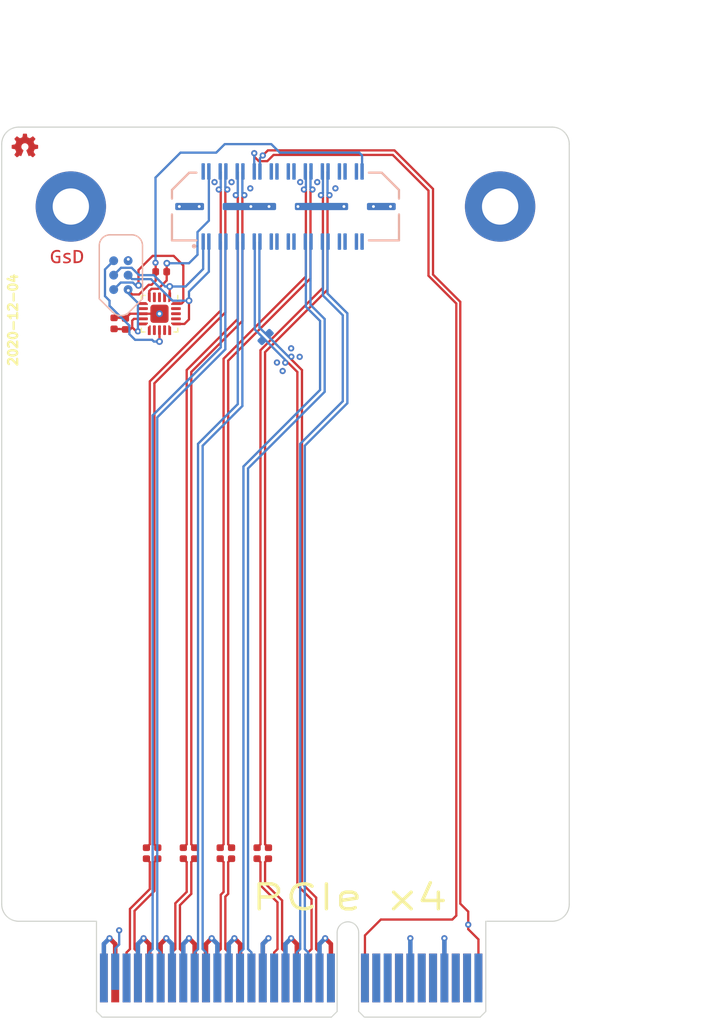
<source format=kicad_pcb>
(kicad_pcb (version 20201116) (generator pcbnew)
  (title_block (title "SYZYGY PCIe x4") (date "2020-12-04") (rev "r1.0") (company "GsD - @gregdavill"))
  (layers (0 "F.Cu" signal) (1 "In1.Cu" power) (2 "In2.Cu" signal) (31 "B.Cu" signal) (34 "B.Paste" user) (35 "F.Paste" user) (36 "B.SilkS" user "B.Silkscreen") (37 "F.SilkS" user "F.Silkscreen") (38 "B.Mask" user) (39 "F.Mask" user) (44 "Edge.Cuts" user))
  (net 0 "")
  (net 1 "GND")
  (net 2 "+3V3")
  (net 3 "/Peripheral MCU/MISO")
  (net 4 "/Peripheral MCU/~RESET")
  (net 5 "/SCL")
  (net 6 "/SDA")
  (net 7 "/RGA")
  (net 8 "/PER0_P")
  (net 9 "/VCCIO")
  (net 10 "/_PER0_P")
  (net 11 "/PER1_P")
  (net 12 "Net-(J1-Pad19)")
  (net 13 "Net-(J1-Pad21)")
  (net 14 "Net-(J1-Pad23)")
  (net 15 "/_PER1_P")
  (net 16 "/PER2_P")
  (net 17 "/PET0_P")
  (net 18 "/PET0_N")
  (net 19 "/PET1_P")
  (net 20 "Net-(J1-Pad38)")
  (net 21 "Net-(J1-Pad37)")
  (net 22 "Net-(J1-Pad34)")
  (net 23 "/PET1_N")
  (net 24 "/PET2_P")
  (net 25 "/PET2_N")
  (net 26 "Net-(J1-Pad24)")
  (net 27 "Net-(J1-Pad22)")
  (net 28 "Net-(J1-Pad20)")
  (net 29 "Net-(J1-Pad18)")
  (net 30 "Net-(J1-Pad17)")
  (net 31 "/_PER2_P")
  (net 32 "/PER3_P")
  (net 33 "/PET3_P")
  (net 34 "/PET3_N")
  (net 35 "/PRSNT#")
  (net 36 "Net-(U2-Pad2)")
  (net 37 "Net-(U2-Pad3)")
  (net 38 "Net-(U2-Pad4)")
  (net 39 "Net-(U2-Pad11)")
  (net 40 "Net-(U2-Pad12)")
  (net 41 "Net-(U2-Pad14)")
  (net 42 "Net-(U2-Pad15)")
  (net 43 "Net-(CN1-PadA32)")
  (net 44 "/PERST#")
  (net 45 "/_PER3_P")
  (net 46 "/REFCLK_P")
  (net 47 "/PER0_N")
  (net 48 "/_PER0_N")
  (net 49 "/PER1_N")
  (net 50 "Net-(CN1-PadA19)")
  (net 51 "Net-(CN1-PadB30)")
  (net 52 "Net-(CN1-PadB1)")
  (net 53 "Net-(CN1-PadB2)")
  (net 54 "Net-(CN1-PadB3)")
  (net 55 "Net-(CN1-PadB5)")
  (net 56 "Net-(CN1-PadB6)")
  (net 57 "Net-(CN1-PadB8)")
  (net 58 "Net-(CN1-PadB9)")
  (net 59 "Net-(CN1-PadB10)")
  (net 60 "Net-(CN1-PadB11)")
  (net 61 "Net-(CN1-PadB17)")
  (net 62 "Net-(CN1-PadB12)")
  (net 63 "Net-(CN1-PadA2)")
  (net 64 "Net-(CN1-PadA3)")
  (net 65 "Net-(CN1-PadA5)")
  (net 66 "Net-(CN1-PadA6)")
  (net 67 "Net-(CN1-PadA7)")
  (net 68 "Net-(CN1-PadA8)")
  (net 69 "Net-(CN1-PadA9)")
  (net 70 "Net-(CN1-PadA10)")
  (net 71 "/_PER1_N")
  (net 72 "/PER2_N")
  (net 73 "/_PER2_N")
  (net 74 "/PER3_N")
  (net 75 "Net-(J1-Pad33)")
  (net 76 "Net-(J1-Pad35)")
  (net 77 "Net-(J1-Pad36)")
  (net 78 "/_PER3_N")
  (net 79 "/REFCLK_N")
  (net 80 "+5V")
  (footprint "Package_DFN_QFN:QFN-20-1EP_3x3mm_P0.45mm_EP1.6x1.6mm" (layer "F.Cu") (at 118.9 97.65 -90)
    (fp_text reference "U2" hide)
    (fp_text value "ATtiny44A-MMH" hide)
  )
  (footprint "Resistor_SMD:R_0402_1005Metric" (layer "F.Cu") (at 119.05 93.95)
    (fp_text reference "R15" hide)
    (fp_text value "10K" hide)
  )
  (footprint "Capacitor_SMD:C_0402_1005Metric" (layer "F.Cu") (at 115.9 98.55 90)
    (fp_text reference "C9" hide)
    (fp_text value "0.1uF" hide)
  )
  (footprint "Capacitor_SMD:C_0402_1005Metric" (layer "F.Cu") (at 114.9 98.5 90)
    (fp_text reference "C10" hide)
    (fp_text value "1uF" hide)
  )
  (footprint "gkl_logos:oshw_small" (layer "F.Cu") (at 107.05 82.85)
    (fp_text reference "G***" hide)
    (fp_text value "LOGO" hide)
  )
  (footprint "MountingHole:MountingHole_3.2mm_M3" (layer "F.Cu") (at 110 98.2 180)
    (fp_text reference "H4" hide)
    (fp_text value "MountingHole" hide)
  )
  (footprint "MountingHole:MountingHole_3.2mm_M3" (layer "F.Cu") (at 150 98.2)
    (fp_text reference "H2" hide)
    (fp_text value "MountingHole" hide)
  )
  (footprint "Capacitor_SMD:C_0402_1005Metric" (layer "F.Cu") (at 128.5 145.2 -90)
    (fp_text reference "C1" hide)
    (fp_text value "0.1uF" hide)
  )
  (footprint "MountingHole:MountingHole_3.2mm_M3" (layer "F.Cu") (at 110 146.2)
    (fp_text reference "H1" hide)
    (fp_text value "MountingHole" hide)
  )
  (footprint "gkl_logos:gsd_logo_small" (layer "F.Cu") (at 110.75 92.7)
    (fp_text reference "G***" hide)
    (fp_text value "LOGO" hide)
  )
  (footprint "Capacitor_SMD:C_0402_1005Metric" (layer "F.Cu") (at 125.25 145.2 -90)
    (fp_text reference "C2" hide)
    (fp_text value "0.1uF" hide)
  )
  (footprint "Capacitor_SMD:C_0402_1005Metric" (layer "F.Cu") (at 121 145.2 -90)
    (fp_text reference "C8" hide)
    (fp_text value "0.1uF" hide)
  )
  (footprint "Capacitor_SMD:C_0402_1005Metric" (layer "F.Cu") (at 117.75 145.2 -90)
    (fp_text reference "C11" hide)
    (fp_text value "0.1uF" hide)
  )
  (footprint "Capacitor_SMD:C_0402_1005Metric" (layer "F.Cu") (at 124.25 145.2 -90)
    (fp_text reference "C7" hide)
    (fp_text value "0.1uF" hide)
  )
  (footprint "Capacitor_SMD:C_0402_1005Metric" (layer "F.Cu") (at 127.5 145.2 -90)
    (fp_text reference "C6" hide)
    (fp_text value "0.1uF" hide)
  )
  (footprint "Capacitor_SMD:C_0402_1005Metric" (layer "F.Cu") (at 118.75 145.2 -90)
    (fp_text reference "C4" hide)
    (fp_text value "0.1uF" hide)
  )
  (footprint "Capacitor_SMD:C_0402_1005Metric" (layer "F.Cu") (at 122 145.2 -90)
    (fp_text reference "C3" hide)
    (fp_text value "0.1uF" hide)
  )
  (footprint "MountingHole:MountingHole_3.2mm_M3" (layer "F.Cu") (at 150 146.2)
    (fp_text reference "H3" hide)
    (fp_text value "MountingHole" hide)
  )
  (footprint "pkl_tag_connect:TC2030-NL_SMALL" (layer "B.Cu") (at 115.5 94.25 90)
    (fp_text reference "J3" hide)
    (fp_text value "TagConnect" hide)
  )
  (footprint "gsd-footprints:SYZYGY-TXR-POD" (layer "B.Cu") (at 130 88.2 180)
    (fp_text reference "J1" hide)
    (fp_text value "SYZYGY-TXR-4" hide)
  )
  (footprint "Resistor_SMD:R_0402_1005Metric" (layer "B.Cu") (at 128.25 99.7 45)
    (fp_text reference "R1" hide)
    (fp_text value "100R" hide)
  )
  (footprint "Connector_PCBEdge:BUS_PCIexpress_x4" (layer "B.Cu") (at 147 156.2 180)
    (fp_text reference "CN1" hide)
    (fp_text value "PCI-EXPRESS-EDGE-FINGER" hide)
    (fp_line (start 33.65 4.95) (end 33.65 -2.95) (layer "Edge.Cuts") (width 0.1))
    (fp_line (start 10.55 4) (end 10.55 -2.95) (layer "Edge.Cuts") (width 0.1))
    (fp_line (start -0.65 -2.95) (end -0.15 -3.45) (layer "Edge.Cuts") (width 0.1))
    (fp_line (start 12.45 4) (end 12.45 -2.95) (layer "Edge.Cuts") (width 0.1))
    (fp_line (start 12.45 -2.95) (end 12.95 -3.45) (layer "Edge.Cuts") (width 0.1))
    (fp_line (start -0.65 4.95) (end -0.65 -2.95) (layer "Edge.Cuts") (width 0.1))
    (fp_line (start 10.55 -2.95) (end 10.05 -3.45) (layer "Edge.Cuts") (width 0.1))
    (fp_line (start 33.65 -2.95) (end 33.15 -3.45) (layer "Edge.Cuts") (width 0.1))
    (fp_line (start 12.95 -3.45) (end 33.15 -3.45) (layer "Edge.Cuts") (width 0.1))
    (fp_line (start -0.15 -3.45) (end 10.05 -3.45) (layer "Edge.Cuts") (width 0.1))
    (fp_arc (start 11.5 4) (end 12.45 4) (angle 180) (layer "Edge.Cuts") (width 0.1))
  )
  (gr_line (start 106.5 81.2) (end 153.5 81.2) (layer "Edge.Cuts") (width 0.1))
  (gr_line (start 105 149.7) (end 105 82.7) (layer "Edge.Cuts") (width 0.1))
  (gr_arc (start 106.5 82.7) (end 106.5 81.2) (angle -90) (layer "Edge.Cuts") (width 0.1))
  (gr_arc (start 153.5 82.7) (end 155 82.7) (angle -90) (layer "Edge.Cuts") (width 0.1))
  (gr_line (start 153.499999 151.2) (end 147.65 151.2) (layer "Edge.Cuts") (width 0.1))
  (gr_line (start 155 82.7) (end 155 149.7) (layer "Edge.Cuts") (width 0.1))
  (gr_line (start 147.65 151.25) (end 147.65 151.2) (layer "Edge.Cuts") (width 0.1))
  (gr_arc (start 153.5 149.7) (end 153.499999 151.2) (angle -90) (layer "Edge.Cuts") (width 0.1))
  (gr_line (start 113.35 151.2) (end 106.500001 151.2) (layer "Edge.Cuts") (width 0.1))
  (gr_arc (start 106.5 149.7) (end 105 149.7) (angle -90) (layer "Edge.Cuts") (width 0.1))
  (gr_line (start 113.35 151.2) (end 113.35 151.25) (layer "Edge.Cuts") (width 0.1))
  (gr_text "2020-12-04" (at 106 98.2 90) (layer "F.SilkS") (effects (font (size 0.8 0.8) (thickness 0.2))))
  (gr_text "PCIe x4" (at 135.65 149.1) (layer "F.SilkS") (effects (font (size 2.2 2.959) (thickness 0.3))))
  (segment (start 123 153.2) (end 123.5 152.7) (width 0.4) (layer "F.Cu") (net 1))
  (segment (start 134 153.2) (end 134 156.2) (width 0.4) (layer "F.Cu") (net 1))
  (segment (start 126 156.2) (end 126 153.2) (width 0.4) (layer "F.Cu") (net 1))
  (segment (start 123 156.2) (end 123 153.2) (width 0.4) (layer "F.Cu") (net 1))
  (segment (start 117.45 97.65) (end 116.315 97.65) (width 0.2) (layer "F.Cu") (net 1))
  (segment (start 122 153.2) (end 121.5 152.7) (width 0.4) (layer "F.Cu") (net 1))
  (segment (start 115.9 98.065) (end 115.4 98) (width 0.2) (layer "F.Cu") (net 1))
  (segment (start 118 156.2) (end 118 153.2) (width 0.4) (layer "F.Cu") (net 1))
  (segment (start 126 153.2) (end 125.5 152.7) (width 0.4) (layer "F.Cu") (net 1))
  (segment (start 128 153.2) (end 128.5 152.7) (width 0.4) (layer "F.Cu") (net 1))
  (segment (start 122 156.2) (end 122 153.2) (width 0.4) (layer "F.Cu") (net 1))
  (segment (start 118 153.2) (end 117.5 152.7) (width 0.4) (layer "F.Cu") (net 1))
  (segment (start 115.4 98) (end 114.9 98.015) (width 0.2) (layer "F.Cu") (net 1))
  (segment (start 115 153.2) (end 114.5 152.7) (width 0.4) (layer "F.Cu") (net 1))
  (segment (start 144 156.2) (end 144 152.7) (width 0.4) (layer "F.Cu") (net 1))
  (segment (start 131 153.2) (end 131 156.2) (width 0.4) (layer "F.Cu") (net 1))
  (segment (start 119 153.2) (end 119.5 152.7) (width 0.4) (layer "F.Cu") (net 1))
  (segment (start 128 156.2) (end 128 153.2) (width 0.4) (layer "F.Cu") (net 1))
  (segment (start 116.315 97.65) (end 115.9 98.065) (width 0.2) (layer "F.Cu") (net 1))
  (segment (start 115 156.2) (end 115 153.2) (width 0.4) (layer "F.Cu") (net 1))
  (segment (start 133.5 152.7) (end 134 153.2) (width 0.4) (layer "F.Cu") (net 1))
  (segment (start 119 156.2) (end 119 153.2) (width 0.4) (layer "F.Cu") (net 1))
  (segment (start 131 153.2) (end 130.5 152.7) (width 0.4) (layer "F.Cu") (net 1))
  (segment (start 118.9 97.65) (end 117.45 97.65) (width 0.2) (layer "F.Cu") (net 1))
  (via (at 118.9 97.65) (size 0.6) (drill 0.3) (layers "F.Cu" "B.Cu") (net 1))
  (via (at 117.5 152.7) (size 0.55) (drill 0.25) (layers "F.Cu" "B.Cu") (net 1))
  (via (at 131.3 86.05) (size 0.55) (drill 0.25) (layers "F.Cu" "B.Cu") (net 1))
  (via (at 116.15 92.85) (size 0.55) (drill 0.25) (layers "F.Cu" "B.Cu") (net 1))
  (via (at 130.5 100.7) (size 0.55) (drill 0.25) (layers "F.Cu" "B.Cu") (net 1))
  (via (at 141 152.7) (size 0.55) (drill 0.25) (layers "F.Cu" "B.Cu") (net 1))
  (via (at 119.5 152.7) (size 0.55) (drill 0.25) (layers "F.Cu" "B.Cu") (net 1))
  (via (at 121.5 152.7) (size 0.55) (drill 0.25) (layers "F.Cu" "B.Cu") (net 1))
  (via (at 135.15 88.2) (size 0.55) (drill 0.25) (layers "F.Cu" "B.Cu") (net 1))
  (via (at 134.4 86.6) (size 0.55) (drill 0.25) (layers "F.Cu" "B.Cu") (net 1))
  (via (at 131.25 101.45) (size 0.55) (drill 0.25) (layers "F.Cu" "B.Cu") (net 1))
  (via (at 128.5 152.7) (size 0.55) (drill 0.25) (layers "F.Cu" "B.Cu") (net 1))
  (via (at 126.9 86.6) (size 0.55) (drill 0.25) (layers "F.Cu" "B.Cu") (net 1))
  (via (at 122.4 88.2) (size 0.55) (drill 0.25) (layers "F.Cu" "B.Cu") (net 1))
  (via (at 120.65 88.2) (size 0.55) (drill 0.25) (layers "F.Cu" "B.Cu") (net 1))
  (via (at 131.1 88.2) (size 0.55) (drill 0.25) (layers "F.Cu" "B.Cu") (net 1))
  (via (at 123.75 86.05) (size 0.55) (drill 0.25) (layers "F.Cu" "B.Cu") (net 1))
  (via (at 123.5 152.7) (size 0.55) (drill 0.25) (layers "F.Cu" "B.Cu") (net 1))
  (via (at 128.55 88.2) (size 0.55) (drill 0.25) (layers "F.Cu" "B.Cu") (net 1))
  (via (at 129.75 102.7) (size 0.55) (drill 0.25) (layers "F.Cu" "B.Cu") (net 1))
  (via (at 132.8 86.05) (size 0.55) (drill 0.25) (layers "F.Cu" "B.Cu") (net 1))
  (via (at 137.75 88.2) (size 0.55) (drill 0.25) (layers "F.Cu" "B.Cu") (net 1))
  (via (at 114.5 152.7) (size 0.55) (drill 0.25) (layers "F.Cu" "B.Cu") (net 1))
  (via (at 139.25 88.2) (size 0.55) (drill 0.25) (layers "F.Cu" "B.Cu") (net 1))
  (via (at 125.25 86.05) (size 0.55) (drill 0.25) (layers "F.Cu" "B.Cu") (net 1))
  (via (at 125.5 152.7) (size 0.55) (drill 0.25) (layers "F.Cu" "B.Cu") (net 1))
  (via (at 133.5 152.7) (size 0.55) (drill 0.25) (layers "F.Cu" "B.Cu") (net 1))
  (via (at 129.25 101.95) (size 0.55) (drill 0.25) (layers "F.Cu" "B.Cu") (net 1))
  (via (at 130.5 152.7) (size 0.55) (drill 0.25) (layers "F.Cu" "B.Cu") (net 1))
  (via (at 126.95 88.2) (size 0.55) (drill 0.25) (layers "F.Cu" "B.Cu") (net 1))
  (via (at 144 152.7) (size 0.55) (drill 0.25) (layers "F.Cu" "B.Cu") (net 1))
  (segment (start 124 153.45) (end 124 153.2) (width 0.4) (layer "B.Cu") (net 1))
  (segment (start 116.135 92.865) (end 116.15 92.85) (width 0.2) (layer "B.Cu") (net 1))
  (segment (start 121 153.2) (end 121.5 152.7) (width 0.4) (layer "B.Cu") (net 1))
  (segment (start 141 156.2) (end 141 152.7) (width 0.4) (layer "B.Cu") (net 1))
  (segment (start 130 153.2) (end 130.5 152.7) (width 0.4) (layer "B.Cu") (net 1))
  (segment (start 114.5 152.7) (end 114 153.2) (width 0.4) (layer "B.Cu") (net 1))
  (segment (start 125 153.45) (end 125 153.2) (width 0.4) (layer "B.Cu") (net 1))
  (segment (start 117 156.2) (end 117 153.2) (width 0.4) (layer "B.Cu") (net 1))
  (segment (start 120 153.7) (end 120 153.2) (width 0.4) (layer "B.Cu") (net 1))
  (segment (start 133 156.2) (end 133 153.2) (width 0.4) (layer "B.Cu") (net 1))
  (segment (start 125 153.2) (end 125.5 152.7) (width 0.4) (layer "B.Cu") (net 1))
  (segment (start 128 156.2) (end 128 153.2) (width 0.4) (layer "B.Cu") (net 1))
  (segment (start 120 156.2) (end 120 153.7) (width 0.4) (layer "B.Cu") (net 1))
  (segment (start 144 156.2) (end 144 152.7) (width 0.4) (layer "B.Cu") (net 1))
  (segment (start 117 153.2) (end 117.5 152.7) (width 0.4) (layer "B.Cu") (net 1))
  (segment (start 116.135 92.98) (end 116.135 92.865) (width 0.2) (layer "B.Cu") (net 1))
  (segment (start 125 156.2) (end 125 153.45) (width 0.4) (layer "B.Cu") (net 1))
  (segment (start 124 156.2) (end 124 153.45) (width 0.4) (layer "B.Cu") (net 1))
  (segment (start 128 153.2) (end 128.5 152.7) (width 0.4) (layer "B.Cu") (net 1))
  (segment (start 130 156.2) (end 130 153.2) (width 0.4) (layer "B.Cu") (net 1))
  (segment (start 120 153.2) (end 119.5 152.7) (width 0.4) (layer "B.Cu") (net 1))
  (segment (start 114 153.2) (end 114 156.2) (width 0.4) (layer "B.Cu") (net 1))
  (segment (start 121 156.2) (end 121 153.7) (width 0.4) (layer "B.Cu") (net 1))
  (segment (start 124 153.2) (end 123.5 152.7) (width 0.4) (layer "B.Cu") (net 1))
  (segment (start 121 153.7) (end 121 153.2) (width 0.4) (layer "B.Cu") (net 1))
  (segment (start 133 153.2) (end 133.5 152.7) (width 0.4) (layer "B.Cu") (net 1))
  (segment (start 116.3 99.05) (end 115.9 99.035) (width 0.2) (layer "F.Cu") (net 2))
  (segment (start 117.45 98.1) (end 116.65 98.1) (width 0.2) (layer "F.Cu") (net 2))
  (segment (start 116.15 95.6) (end 116.5 95.95) (width 0.2) (layer "F.Cu") (net 2))
  (segment (start 116.5 95.95) (end 117.1 95.95) (width 0.2) (layer "F.Cu") (net 2))
  (segment (start 117.95 95.1) (end 118.2 95.1) (width 0.2) (layer "F.Cu") (net 2))
  (segment (start 118.565 93.165) (end 118.55 93.15) (width 0.2) (layer "F.Cu") (net 2))
  (segment (start 116.85 99.2) (end 117 99.2) (width 0.2) (layer "F.Cu") (net 2))
  (segment (start 116.65 98.1) (end 116.5 98.25) (width 0.2) (layer "F.Cu") (net 2))
  (segment (start 116.5 98.85) (end 116.3 99.05) (width 0.2) (layer "F.Cu") (net 2))
  (segment (start 115.4 99) (end 114.9 98.985) (width 0.2) (layer "F.Cu") (net 2))
  (segment (start 116.5 98.85) (end 116.85 99.2) (width 0.2) (layer "F.Cu") (net 2))
  (segment (start 117.1 95.95) (end 117.95 95.1) (width 0.2) (layer "F.Cu") (net 2))
  (segment (start 118.565 93.95) (end 118.565 93.165) (width 0.2) (layer "F.Cu") (net 2))
  (segment (start 115.9 99.035) (end 115.4 99) (width 0.2) (layer "F.Cu") (net 2))
  (segment (start 118.565 94.735) (end 118.565 93.95) (width 0.2) (layer "F.Cu") (net 2))
  (segment (start 118.2 95.1) (end 118.565 94.735) (width 0.2) (layer "F.Cu") (net 2))
  (segment (start 116.5 98.25) (end 116.5 98.85) (width 0.2) (layer "F.Cu") (net 2))
  (via (at 117 99.2) (size 0.55) (drill 0.25) (layers "F.Cu" "B.Cu") (net 2))
  (via (at 118.55 93.15) (size 0.55) (drill 0.25) (layers "F.Cu" "B.Cu") (net 2))
  (via (at 116.15 95.6) (size 0.55) (drill 0.25) (layers "F.Cu" "B.Cu") (net 2))
  (segment (start 117 96.7) (end 117 99.2) (width 0.2) (layer "B.Cu") (net 2))
  (segment (start 116.135 95.835) (end 117 96.7) (width 0.2) (layer "B.Cu") (net 2))
  (segment (start 129.5 83.45) (end 128.75 82.7) (width 0.2) (layer "B.Cu") (net 2))
  (segment (start 124.65 82.7) (end 123.9 83.45) (width 0.2) (layer "B.Cu") (net 2))
  (segment (start 136.5 83.45) (end 131.1 83.45) (width 0.2) (layer "B.Cu") (net 2))
  (segment (start 116.135 95.585) (end 116.15 95.6) (width 0.2) (layer "B.Cu") (net 2))
  (segment (start 136.75 85.11) (end 136.75 83.95) (width 0.2) (layer "B.Cu") (net 2))
  (segment (start 123.9 83.45) (end 120.75 83.45) (width 0.2) (layer "B.Cu") (net 2))
  (segment (start 118.55 85.65) (end 118.55 93.15) (width 0.2) (layer "B.Cu") (net 2))
  (segment (start 116.135 95.52) (end 116.135 95.835) (width 0.2) (layer "B.Cu") (net 2))
  (segment (start 131.1 83.45) (end 129.5 83.45) (width 0.2) (layer "B.Cu") (net 2))
  (segment (start 120.75 83.45) (end 118.55 85.65) (width 0.2) (layer "B.Cu") (net 2))
  (segment (start 116.135 95.52) (end 116.135 95.585) (width 0.2) (layer "B.Cu") (net 2))
  (segment (start 136.75 83.95) (end 136.75 83.7) (width 0.2) (layer "B.Cu") (net 2))
  (segment (start 128.75 82.7) (end 124.65 82.7) (width 0.2) (layer "B.Cu") (net 2))
  (segment (start 136.75 83.7) (end 136.5 83.45) (width 0.2) (layer "B.Cu") (net 2))
  (segment (start 121 96.6) (end 120.85 96.75) (width 0.2) (layer "F.Cu") (net 3))
  (segment (start 120.15 92.55) (end 121 93.4) (width 0.2) (layer "F.Cu") (net 3))
  (segment (start 120.85 96.75) (end 120.35 96.75) (width 0.2) (layer "F.Cu") (net 3))
  (segment (start 118.3 92.55) (end 120.15 92.55) (width 0.2) (layer "F.Cu") (net 3))
  (segment (start 121 93.4) (end 121 96.6) (width 0.2) (layer "F.Cu") (net 3))
  (segment (start 117.05 93.8) (end 118.3 92.55) (width 0.2) (layer "F.Cu") (net 3))
  (segment (start 117.05 95.15) (end 117.05 93.8) (width 0.2) (layer "F.Cu") (net 3))
  (via (at 117.05 95.15) (size 0.6) (drill 0.3) (layers "F.Cu" "B.Cu") (net 3))
  (segment (start 116.55 94.9) (end 115.485 94.9) (width 0.2) (layer "B.Cu") (net 3))
  (segment (start 116.8 95.15) (end 116.55 94.9) (width 0.2) (layer "B.Cu") (net 3))
  (segment (start 115.485 94.9) (end 114.865 95.52) (width 0.2) (layer "B.Cu") (net 3))
  (segment (start 117.05 95.15) (end 116.8 95.15) (width 0.2) (layer "B.Cu") (net 3))
  (segment (start 118.9 100.1) (end 118.9 99.1) (width 0.2) (layer "F.Cu") (net 4))
  (via (at 118.9 100.1) (size 0.6) (drill 0.3) (layers "F.Cu" "B.Cu") (net 4))
  (segment (start 118.25 99.95) (end 116.75 99.95) (width 0.2) (layer "B.Cu") (net 4))
  (segment (start 118.4 100.1) (end 118.9 100.1) (width 0.2) (layer "B.Cu") (net 4))
  (segment (start 114.5 96.5) (end 114.1 96.1) (width 0.2) (layer "B.Cu") (net 4))
  (segment (start 116.75 99.95) (end 116.25 99.45) (width 0.2) (layer "B.Cu") (net 4))
  (segment (start 116.25 99.45) (end 116.25 98.7) (width 0.2) (layer "B.Cu") (net 4))
  (segment (start 118.4 100.1) (end 118.25 99.95) (width 0.2) (layer "B.Cu") (net 4))
  (segment (start 114.5 96.95) (end 114.5 96.5) (width 0.2) (layer "B.Cu") (net 4))
  (segment (start 114.1 93.745) (end 114.1 96.1) (width 0.2) (layer "B.Cu") (net 4))
  (segment (start 116.25 98.7) (end 114.5 96.95) (width 0.2) (layer "B.Cu") (net 4))
  (segment (start 114.865 92.98) (end 114.1 93.745) (width 0.2) (layer "B.Cu") (net 4))
  (segment (start 119.8 95.25) (end 119.8 96.2) (width 0.2) (layer "F.Cu") (net 5))
  (via (at 119.8 95.25) (size 0.6) (drill 0.3) (layers "F.Cu" "B.Cu") (net 5))
  (segment (start 122.75 93.7) (end 122.75 91.29) (width 0.2) (layer "B.Cu") (net 5))
  (segment (start 121.2 95.25) (end 122.75 93.7) (width 0.2) (layer "B.Cu") (net 5))
  (segment (start 118.4 94.25) (end 119.4 95.25) (width 0.2) (layer "B.Cu") (net 5))
  (segment (start 116.45 93.6) (end 117.1 94.25) (width 0.2) (layer "B.Cu") (net 5))
  (segment (start 115.515 93.6) (end 116.45 93.6) (width 0.2) (layer "B.Cu") (net 5))
  (segment (start 117.1 94.25) (end 118.4 94.25) (width 0.2) (layer "B.Cu") (net 5))
  (segment (start 114.865 94.25) (end 115.515 93.6) (width 0.2) (layer "B.Cu") (net 5))
  (segment (start 119.8 95.25) (end 121.2 95.25) (width 0.2) (layer "B.Cu") (net 5))
  (segment (start 119.4 95.25) (end 119.8 95.25) (width 0.2) (layer "B.Cu") (net 5))
  (segment (start 121.5 96.5) (end 121.5 98.15) (width 0.2) (layer "F.Cu") (net 6))
  (segment (start 121.5 98.15) (end 121.1 98.55) (width 0.2) (layer "F.Cu") (net 6))
  (segment (start 121.1 98.55) (end 120.35 98.55) (width 0.2) (layer "F.Cu") (net 6))
  (via (at 121.5 96.5) (size 0.6) (drill 0.3) (layers "F.Cu" "B.Cu") (net 6))
  (segment (start 120.05 96.5) (end 118.149989 94.599989) (width 0.2) (layer "B.Cu") (net 6))
  (segment (start 121.5 96.5) (end 120.05 96.5) (width 0.2) (layer "B.Cu") (net 6))
  (segment (start 123.25 93.95) (end 121.5 95.7) (width 0.2) (layer "B.Cu") (net 6))
  (segment (start 121.5 95.7) (end 121.5 96.5) (width 0.2) (layer "B.Cu") (net 6))
  (segment (start 116.484989 94.599989) (end 116.135 94.25) (width 0.2) (layer "B.Cu") (net 6))
  (segment (start 118.149989 94.599989) (end 116.484989 94.599989) (width 0.2) (layer "B.Cu") (net 6))
  (segment (start 123.25 91.29) (end 123.25 93.95) (width 0.2) (layer "B.Cu") (net 6))
  (segment (start 119.535 93.215) (end 119.55 93.2) (width 0.2) (layer "F.Cu") (net 7))
  (segment (start 118.8 95.45) (end 119.535 94.715) (width 0.2) (layer "F.Cu") (net 7))
  (segment (start 118 96.2) (end 118 95.65) (width 0.2) (layer "F.Cu") (net 7))
  (segment (start 119.535 94.715) (end 119.535 93.95) (width 0.2) (layer "F.Cu") (net 7))
  (segment (start 118 95.65) (end 118.2 95.45) (width 0.2) (layer "F.Cu") (net 7))
  (segment (start 118.2 95.45) (end 118.8 95.45) (width 0.2) (layer "F.Cu") (net 7))
  (segment (start 119.535 93.95) (end 119.535 93.215) (width 0.2) (layer "F.Cu") (net 7))
  (via (at 119.55 93.2) (size 0.6) (drill 0.3) (layers "F.Cu" "B.Cu") (net 7))
  (segment (start 121.5 93.2) (end 119.55 93.2) (width 0.2) (layer "B.Cu") (net 7))
  (segment (start 122.25 90.45) (end 122.25 92.45) (width 0.2) (layer "B.Cu") (net 7))
  (segment (start 122.25 92.45) (end 121.5 93.2) (width 0.2) (layer "B.Cu") (net 7))
  (segment (start 123.25 85.11) (end 123.25 89.45) (width 0.2) (layer "B.Cu") (net 7))
  (segment (start 123.25 89.45) (end 122.25 90.45) (width 0.2) (layer "B.Cu") (net 7))
  (segment (start 129.7032 153.6532) (end 129.7032 149.36583) (width 0.2032) (layer "F.Cu") (net 8))
  (segment (start 129.7032 149.36583) (end 128.2032 147.86583) (width 0.2032) (layer "F.Cu") (net 8))
  (segment (start 130 156.2) (end 130 153.95) (width 0.2032) (layer "F.Cu") (net 8))
  (segment (start 130 153.95) (end 129.7032 153.6532) (width 0.2032) (layer "F.Cu") (net 8))
  (segment (start 128.2032 147.86583) (end 128.2032 145.9818) (width 0.2032) (layer "F.Cu") (net 8))
  (segment (start 128.2032 145.9818) (end 128.5 145.685) (width 0.2032) (layer "F.Cu") (net 8))
  (segment (start 128.5 144.715) (end 128.2032 144.4182) (width 0.2032) (layer "F.Cu") (net 10))
  (segment (start 133.7032 95.53417) (end 133.7032 87.3734) (width 0.2032) (layer "F.Cu") (net 10))
  (segment (start 133.7032 87.3734) (end 133.8766 87.2) (width 0.2032) (layer "F.Cu") (net 10))
  (segment (start 128.2032 101.03417) (end 133.7032 95.53417) (width 0.2032) (layer "F.Cu") (net 10))
  (segment (start 128.2032 144.4182) (end 128.2032 101.03417) (width 0.2032) (layer "F.Cu") (net 10))
  (via (at 133.8766 87.2) (size 0.55) (drill 0.25) (layers "F.Cu" "B.Cu") (net 10))
  (segment (start 133.7032 85.1568) (end 133.75 85.11) (width 0.2032) (layer "B.Cu") (net 10))
  (segment (start 133.8766 87.2) (end 133.7032 87.0266) (width 0.2032) (layer "B.Cu") (net 10))
  (segment (start 133.7032 87.0266) (end 133.7032 85.1568) (width 0.2032) (layer "B.Cu") (net 10))
  (segment (start 124.9532 145.9818) (end 125.25 145.685) (width 0.2032) (layer "F.Cu") (net 11))
  (segment (start 125 153.95) (end 124.7032 153.6532) (width 0.2032) (layer "F.Cu") (net 11))
  (segment (start 124.7032 149.03417) (end 124.9532 148.78417) (width 0.2032) (layer "F.Cu") (net 11))
  (segment (start 124.9532 148.78417) (end 124.9532 145.9818) (width 0.2032) (layer "F.Cu") (net 11))
  (segment (start 125 156.2) (end 125 153.95) (width 0.2032) (layer "F.Cu") (net 11))
  (segment (start 124.7032 153.6532) (end 124.7032 149.03417) (width 0.2032) (layer "F.Cu") (net 11))
  (segment (start 124.9532 144.4182) (end 124.9532 101.78417) (width 0.2032) (layer "F.Cu") (net 15))
  (segment (start 124.9532 101.78417) (end 132.2032 94.53417) (width 0.2032) (layer "F.Cu") (net 15))
  (segment (start 132.2032 86.8734) (end 132.3766 86.7) (width 0.2032) (layer "F.Cu") (net 15))
  (segment (start 132.2032 94.53417) (end 132.2032 86.8734) (width 0.2032) (layer "F.Cu") (net 15))
  (segment (start 125.25 144.715) (end 124.9532 144.4182) (width 0.2032) (layer "F.Cu") (net 15))
  (via (at 132.3766 86.7) (size 0.55) (drill 0.25) (layers "F.Cu" "B.Cu") (net 15))
  (segment (start 132.2032 86.5266) (end 132.2032 85.1568) (width 0.2032) (layer "B.Cu") (net 15))
  (segment (start 132.3766 86.7) (end 132.2032 86.5266) (width 0.2032) (layer "B.Cu") (net 15))
  (segment (start 132.2032 85.1568) (end 132.25 85.11) (width 0.2032) (layer "B.Cu") (net 15))
  (segment (start 121.7032 148.78417) (end 121.7032 145.9818) (width 0.2032) (layer "F.Cu") (net 16))
  (segment (start 120.7032 153.6532) (end 120.7032 149.78417) (width 0.2032) (layer "F.Cu") (net 16))
  (segment (start 121.7032 145.9818) (end 122 145.685) (width 0.2032) (layer "F.Cu") (net 16))
  (segment (start 121 153.95) (end 120.7032 153.6532) (width 0.2032) (layer "F.Cu") (net 16))
  (segment (start 120.7032 149.78417) (end 121.7032 148.78417) (width 0.2032) (layer "F.Cu") (net 16))
  (segment (start 121 156.2) (end 121 153.95) (width 0.2032) (layer "F.Cu") (net 16))
  (segment (start 135.4532 97.61583) (end 133.7032 95.86583) (width 0.2032) (layer "B.Cu") (net 17))
  (segment (start 135.4532 105.53417) (end 135.4532 97.61583) (width 0.2032) (layer "B.Cu") (net 17))
  (segment (start 133.7032 95.86583) (end 133.7032 91.3368) (width 0.2032) (layer "B.Cu") (net 17))
  (segment (start 131.7032 109.28417) (end 135.4532 105.53417) (width 0.2032) (layer "B.Cu") (net 17))
  (segment (start 132 156.2) (end 132 153.95) (width 0.2032) (layer "B.Cu") (net 17))
  (segment (start 132 153.95) (end 131.7032 153.6532) (width 0.2032) (layer "B.Cu") (net 17))
  (segment (start 133.7032 91.3368) (end 133.75 91.29) (width 0.2032) (layer "B.Cu") (net 17))
  (segment (start 131.7032 153.6532) (end 131.7032 109.28417) (width 0.2032) (layer "B.Cu") (net 17))
  (segment (start 133.2968 96.03417) (end 133.2968 91.3368) (width 0.2032) (layer "B.Cu") (net 18))
  (segment (start 131.2968 109.11583) (end 135.0468 105.36583) (width 0.2032) (layer "B.Cu") (net 18))
  (segment (start 131.2968 153.6532) (end 131.2968 109.11583) (width 0.2032) (layer "B.Cu") (net 18))
  (segment (start 131 156.2) (end 131 153.95) (width 0.2032) (layer "B.Cu") (net 18))
  (segment (start 135.0468 105.36583) (end 135.0468 97.78417) (width 0.2032) (layer "B.Cu") (net 18))
  (segment (start 135.0468 97.78417) (end 133.2968 96.03417) (width 0.2032) (layer "B.Cu") (net 18))
  (segment (start 133.2968 91.3368) (end 133.25 91.29) (width 0.2032) (layer "B.Cu") (net 18))
  (segment (start 131 153.95) (end 131.2968 153.6532) (width 0.2032) (layer "B.Cu") (net 18))
  (segment (start 126.7032 111.28417) (end 133.4532 104.53417) (width 0.2032) (layer "B.Cu") (net 19))
  (segment (start 133.4532 104.53417) (end 133.4532 98.11583) (width 0.2032) (layer "B.Cu") (net 19))
  (segment (start 132.2032 96.86583) (end 132.2032 91.3368) (width 0.2032) (layer "B.Cu") (net 19))
  (segment (start 126.7032 153.6532) (end 126.7032 111.28417) (width 0.2032) (layer "B.Cu") (net 19))
  (segment (start 132.2032 91.3368) (end 132.25 91.29) (width 0.2032) (layer "B.Cu") (net 19))
  (segment (start 127 153.95) (end 126.7032 153.6532) (width 0.2032) (layer "B.Cu") (net 19))
  (segment (start 133.4532 98.11583) (end 132.2032 96.86583) (width 0.2032) (layer "B.Cu") (net 19))
  (segment (start 127 156.2) (end 127 153.95) (width 0.2032) (layer "B.Cu") (net 19))
  (segment (start 126 153.95) (end 126.2968 153.6532) (width 0.2032) (layer "B.Cu") (net 23))
  (segment (start 131.7968 91.3368) (end 131.75 91.29) (width 0.2032) (layer "B.Cu") (net 23))
  (segment (start 126.2968 111.11583) (end 133.0468 104.36583) (width 0.2032) (layer "B.Cu") (net 23))
  (segment (start 126 156.2) (end 126 153.95) (width 0.2032) (layer "B.Cu") (net 23))
  (segment (start 126.2968 153.6532) (end 126.2968 111.11583) (width 0.2032) (layer "B.Cu") (net 23))
  (segment (start 133.0468 98.28417) (end 131.7968 97.03417) (width 0.2032) (layer "B.Cu") (net 23))
  (segment (start 133.0468 104.36583) (end 133.0468 98.28417) (width 0.2032) (layer "B.Cu") (net 23))
  (segment (start 131.7968 97.03417) (end 131.7968 91.3368) (width 0.2032) (layer "B.Cu") (net 23))
  (segment (start 122.7032 109.28417) (end 126.2032 105.78417) (width 0.2032) (layer "B.Cu") (net 24))
  (segment (start 126.2032 105.78417) (end 126.2032 91.3368) (width 0.2032) (layer "B.Cu") (net 24))
  (segment (start 123 156.2) (end 123 153.95) (width 0.2032) (layer "B.Cu") (net 24))
  (segment (start 122.7032 153.6532) (end 122.7032 109.28417) (width 0.2032) (layer "B.Cu") (net 24))
  (segment (start 123 153.95) (end 122.7032 153.6532) (width 0.2032) (layer "B.Cu") (net 24))
  (segment (start 126.2032 91.3368) (end 126.25 91.29) (width 0.2032) (layer "B.Cu") (net 24))
  (segment (start 122 156.2) (end 122 153.95) (width 0.2032) (layer "B.Cu") (net 25))
  (segment (start 122 153.95) (end 122.2968 153.6532) (width 0.2032) (layer "B.Cu") (net 25))
  (segment (start 122.2968 109.11583) (end 125.7968 105.61583) (width 0.2032) (layer "B.Cu") (net 25))
  (segment (start 125.7968 91.3368) (end 125.75 91.29) (width 0.2032) (layer "B.Cu") (net 25))
  (segment (start 125.7968 105.61583) (end 125.7968 91.3368) (width 0.2032) (layer "B.Cu") (net 25))
  (segment (start 122.2968 153.6532) (end 122.2968 109.11583) (width 0.2032) (layer "B.Cu") (net 25))
  (segment (start 121.7032 144.4182) (end 121.7032 102.78417) (width 0.2032) (layer "F.Cu") (net 31))
  (segment (start 121.7032 102.78417) (end 126.2032 98.28417) (width 0.2032) (layer "F.Cu") (net 31))
  (segment (start 126.2032 98.28417) (end 126.2032 87.3734) (width 0.2032) (layer "F.Cu") (net 31))
  (segment (start 122 144.715) (end 121.7032 144.4182) (width 0.2032) (layer "F.Cu") (net 31))
  (segment (start 126.2032 87.3734) (end 126.3766 87.2) (width 0.2032) (layer "F.Cu") (net 31))
  (via (at 126.3766 87.2) (size 0.55) (drill 0.25) (layers "F.Cu" "B.Cu") (net 31))
  (segment (start 126.2032 87.0266) (end 126.2032 85.1568) (width 0.2032) (layer "B.Cu") (net 31))
  (segment (start 126.2032 85.1568) (end 126.25 85.11) (width 0.2032) (layer "B.Cu") (net 31))
  (segment (start 126.3766 87.2) (end 126.2032 87.0266) (width 0.2032) (layer "B.Cu") (net 31))
  (segment (start 118.4532 148.53417) (end 118.4532 145.9818) (width 0.2032) (layer "F.Cu") (net 32))
  (segment (start 116.7032 153.6532) (end 116.7032 150.28417) (width 0.2032) (layer "F.Cu") (net 32))
  (segment (start 118.4532 145.9818) (end 118.75 145.685) (width 0.2032) (layer "F.Cu") (net 32))
  (segment (start 116.7032 150.28417) (end 118.4532 148.53417) (width 0.2032) (layer "F.Cu") (net 32))
  (segment (start 117 153.95) (end 116.7032 153.6532) (width 0.2032) (layer "F.Cu") (net 32))
  (segment (start 117 156.2) (end 117 153.95) (width 0.2032) (layer "F.Cu") (net 32))
  (segment (start 124.7032 100.78417) (end 124.7032 91.3368) (width 0.2032) (layer "B.Cu") (net 33))
  (segment (start 118.7032 106.78417) (end 124.7032 100.78417) (width 0.2032) (layer "B.Cu") (net 33))
  (segment (start 118.7032 153.6532) (end 118.7032 106.78417) (width 0.2032) (layer "B.Cu") (net 33))
  (segment (start 124.7032 91.3368) (end 124.75 91.29) (width 0.2032) (layer "B.Cu") (net 33))
  (segment (start 119 156.2) (end 119 153.95) (width 0.2032) (layer "B.Cu") (net 33))
  (segment (start 119 153.95) (end 118.7032 153.6532) (width 0.2032) (layer "B.Cu") (net 33))
  (segment (start 118 153.95) (end 118.2968 153.6532) (width 0.2032) (layer "B.Cu") (net 34))
  (segment (start 124.2968 100.61583) (end 124.2968 91.3368) (width 0.2032) (layer "B.Cu") (net 34))
  (segment (start 118 156.2) (end 118 153.95) (width 0.2032) (layer "B.Cu") (net 34))
  (segment (start 118.2968 106.61583) (end 124.2968 100.61583) (width 0.2032) (layer "B.Cu") (net 34))
  (segment (start 118.2968 153.6532) (end 118.2968 106.61583) (width 0.2032) (layer "B.Cu") (net 34))
  (segment (start 124.2968 91.3368) (end 124.25 91.29) (width 0.2032) (layer "B.Cu") (net 34))
  (segment (start 147 152.8) (end 146.1 151.9) (width 0.2) (layer "F.Cu") (net 35))
  (segment (start 145.4 149.65) (end 145.4 96.6) (width 0.2) (layer "F.Cu") (net 35))
  (segment (start 147 155.65) (end 147 152.8) (width 0.2) (layer "F.Cu") (net 35))
  (segment (start 128.45 83.25) (end 128 83.7) (width 0.2) (layer "F.Cu") (net 35))
  (segment (start 139.6 83.25) (end 128.45 83.25) (width 0.2) (layer "F.Cu") (net 35))
  (segment (start 143 94.2) (end 143 86.65) (width 0.2) (layer "F.Cu") (net 35))
  (segment (start 146.1 151.9) (end 146.1 151.5) (width 0.2) (layer "F.Cu") (net 35))
  (segment (start 146.1 150.35) (end 145.4 149.65) (width 0.2) (layer "F.Cu") (net 35))
  (segment (start 145.4 96.6) (end 143 94.2) (width 0.2) (layer "F.Cu") (net 35))
  (segment (start 143 86.65) (end 139.6 83.25) (width 0.2) (layer "F.Cu") (net 35))
  (segment (start 146.1 151.5) (end 146.1 150.35) (width 0.2) (layer "F.Cu") (net 35))
  (via (at 146.1 151.5) (size 0.55) (drill 0.25) (layers "F.Cu" "B.Cu") (net 35))
  (via (at 115.35 152) (size 0.55) (drill 0.25) (layers "F.Cu" "B.Cu") (net 35))
  (via (at 128 83.7) (size 0.55) (drill 0.25) (layers "F.Cu" "B.Cu") (net 35))
  (segment (start 128 83.7) (end 127.75 83.95) (width 0.2) (layer "B.Cu") (net 35))
  (segment (start 115 153.6) (end 115.35 153.25) (width 0.2) (layer "B.Cu") (net 35))
  (segment (start 127.75 83.95) (end 127.75 85.11) (width 0.2) (layer "B.Cu") (net 35))
  (segment (start 115 155.65) (end 115 153.6) (width 0.2) (layer "B.Cu") (net 35))
  (segment (start 115.35 153.25) (end 115.35 152) (width 0.2) (layer "B.Cu") (net 35))
  (segment (start 144.7 151.05) (end 138.4 151.05) (width 0.2) (layer "F.Cu") (net 44))
  (segment (start 127.25 83.5) (end 127.25 83.8) (width 0.2) (layer "F.Cu") (net 44))
  (segment (start 137 152.45) (end 137 156.2) (width 0.2) (layer "F.Cu") (net 44))
  (segment (start 128.95 83.65) (end 139.45 83.65) (width 0.2) (layer "F.Cu") (net 44))
  (segment (start 145.05 150.7) (end 144.7 151.05) (width 0.2) (layer "F.Cu") (net 44))
  (segment (start 145.05 96.75) (end 145.05 150.7) (width 0.2) (layer "F.Cu") (net 44))
  (segment (start 127.25 83.8) (end 127.65 84.2) (width 0.2) (layer "F.Cu") (net 44))
  (segment (start 139.45 83.65) (end 142.6 86.8) (width 0.2) (layer "F.Cu") (net 44))
  (segment (start 142.6 86.8) (end 142.6 94.3) (width 0.2) (layer "F.Cu") (net 44))
  (segment (start 142.6 94.3) (end 145.05 96.75) (width 0.2) (layer "F.Cu") (net 44))
  (segment (start 138.4 151.05) (end 137 152.45) (width 0.2) (layer "F.Cu") (net 44))
  (segment (start 127.65 84.2) (end 128.4 84.2) (width 0.2) (layer "F.Cu") (net 44))
  (segment (start 128.4 84.2) (end 128.95 83.65) (width 0.2) (layer "F.Cu") (net 44))
  (via (at 127.25 83.5) (size 0.55) (drill 0.25) (layers "F.Cu" "B.Cu") (net 44))
  (segment (start 127.25 85.11) (end 127.25 83.5) (width 0.2) (layer "B.Cu") (net 44))
  (segment (start 118.75 144.715) (end 118.4532 144.4182) (width 0.2032) (layer "F.Cu") (net 45))
  (segment (start 124.7032 97.53417) (end 124.7032 86.8734) (width 0.2032) (layer "F.Cu") (net 45))
  (segment (start 118.4532 144.4182) (end 118.4532 103.78417) (width 0.2032) (layer "F.Cu") (net 45))
  (segment (start 124.7032 86.8734) (end 124.8766 86.7) (width 0.2032) (layer "F.Cu") (net 45))
  (segment (start 118.4532 103.78417) (end 124.7032 97.53417) (width 0.2032) (layer "F.Cu") (net 45))
  (via (at 124.8766 86.7) (size 0.55) (drill 0.25) (layers "F.Cu" "B.Cu") (net 45))
  (segment (start 124.7032 86.5266) (end 124.7032 85.1568) (width 0.2032) (layer "B.Cu") (net 45))
  (segment (start 124.7032 85.1568) (end 124.75 85.11) (width 0.2032) (layer "B.Cu") (net 45))
  (segment (start 124.8766 86.7) (end 124.7032 86.5266) (width 0.2032) (layer "B.Cu") (net 45))
  (segment (start 131.4532 147.86583) (end 131.4532 102.615831) (width 0.2032) (layer "F.Cu") (net 46))
  (segment (start 133 153.95) (end 132.7032 153.6532) (width 0.2032) (layer "F.Cu") (net 46))
  (segment (start 131.4532 102.615831) (end 130.516297 101.678928) (width 0.2032) (layer "F.Cu") (net 46))
  (segment (start 130.516297 101.678928) (end 130.516297 101.433703) (width 0.2032) (layer "F.Cu") (net 46))
  (segment (start 133 156.2) (end 133 153.95) (width 0.2032) (layer "F.Cu") (net 46))
  (segment (start 132.7032 149.11583) (end 131.4532 147.86583) (width 0.2032) (layer "F.Cu") (net 46))
  (segment (start 132.7032 153.6532) (end 132.7032 149.11583) (width 0.2032) (layer "F.Cu") (net 46))
  (via (at 130.516297 101.433703) (size 0.55) (drill 0.25) (layers "F.Cu" "B.Cu") (net 46))
  (segment (start 130.516297 101.433703) (end 130.271072 101.433703) (width 0.2032) (layer "B.Cu") (net 46))
  (segment (start 127.7032 98.865831) (end 127.7032 91.3368) (width 0.2032) (layer "B.Cu") (net 46))
  (segment (start 130.271072 101.433703) (end 127.7032 98.865831) (width 0.2032) (layer "B.Cu") (net 46))
  (segment (start 127.7032 91.3368) (end 127.75 91.29) (width 0.2032) (layer "B.Cu") (net 46))
  (segment (start 129.2968 149.53417) (end 127.7968 148.03417) (width 0.2032) (layer "F.Cu") (net 47))
  (segment (start 127.7968 148.03417) (end 127.7968 145.9818) (width 0.2032) (layer "F.Cu") (net 47))
  (segment (start 127.7968 145.9818) (end 127.5 145.685) (width 0.2032) (layer "F.Cu") (net 47))
  (segment (start 129.2968 153.6532) (end 129.2968 149.53417) (width 0.2032) (layer "F.Cu") (net 47))
  (segment (start 129 153.95) (end 129.2968 153.6532) (width 0.2032) (layer "F.Cu") (net 47))
  (segment (start 129 156.2) (end 129 153.95) (width 0.2032) (layer "F.Cu") (net 47))
  (segment (start 127.7968 144.4182) (end 127.7968 100.86583) (width 0.2032) (layer "F.Cu") (net 48))
  (segment (start 133.2968 95.36583) (end 133.2968 87.3734) (width 0.2032) (layer "F.Cu") (net 48))
  (segment (start 133.2968 87.3734) (end 133.1234 87.2) (width 0.2032) (layer "F.Cu") (net 48))
  (segment (start 127.7968 100.86583) (end 133.2968 95.36583) (width 0.2032) (layer "F.Cu") (net 48))
  (segment (start 127.5 144.715) (end 127.7968 144.4182) (width 0.2032) (layer "F.Cu") (net 48))
  (via (at 133.1234 87.2) (size 0.55) (drill 0.25) (layers "F.Cu" "B.Cu") (net 48))
  (segment (start 133.2968 85.1568) (end 133.25 85.11) (width 0.2032) (layer "B.Cu") (net 48))
  (segment (start 133.1234 87.2) (end 133.2968 87.0266) (width 0.2032) (layer "B.Cu") (net 48))
  (segment (start 133.2968 87.0266) (end 133.2968 85.1568) (width 0.2032) (layer "B.Cu") (net 48))
  (segment (start 124 156.2) (end 124 153.95) (width 0.2032) (layer "F.Cu") (net 49))
  (segment (start 124 153.95) (end 124.2968 153.6532) (width 0.2032) (layer "F.Cu") (net 49))
  (segment (start 124.2968 153.6532) (end 124.2968 148.86583) (width 0.2032) (layer "F.Cu") (net 49))
  (segment (start 124.5468 145.9818) (end 124.25 145.685) (width 0.2032) (layer "F.Cu") (net 49))
  (segment (start 124.5468 148.61583) (end 124.5468 145.9818) (width 0.2032) (layer "F.Cu") (net 49))
  (segment (start 124.2968 148.86583) (end 124.5468 148.61583) (width 0.2032) (layer "F.Cu") (net 49))
  (segment (start 131.7968 86.8734) (end 131.6234 86.7) (width 0.2032) (layer "F.Cu") (net 71))
  (segment (start 124.5468 144.4182) (end 124.5468 101.61583) (width 0.2032) (layer "F.Cu") (net 71))
  (segment (start 131.7968 94.36583) (end 131.7968 86.8734) (width 0.2032) (layer "F.Cu") (net 71))
  (segment (start 124.5468 101.61583) (end 131.7968 94.36583) (width 0.2032) (layer "F.Cu") (net 71))
  (segment (start 124.25 144.715) (end 124.5468 144.4182) (width 0.2032) (layer "F.Cu") (net 71))
  (via (at 131.6234 86.7) (size 0.55) (drill 0.25) (layers "F.Cu" "B.Cu") (net 71))
  (segment (start 131.6234 86.7) (end 131.7968 86.5266) (width 0.2032) (layer "B.Cu") (net 71))
  (segment (start 131.7968 86.5266) (end 131.7968 85.1568) (width 0.2032) (layer "B.Cu") (net 71))
  (segment (start 131.7968 85.1568) (end 131.75 85.11) (width 0.2032) (layer "B.Cu") (net 71))
  (segment (start 120 153.95) (end 120.2968 153.6532) (width 0.2032) (layer "F.Cu") (net 72))
  (segment (start 120 156.2) (end 120 153.95) (width 0.2032) (layer "F.Cu") (net 72))
  (segment (start 121.2968 148.61583) (end 121.2968 145.9818) (width 0.2032) (layer "F.Cu") (net 72))
  (segment (start 120.2968 153.6532) (end 120.2968 149.61583) (width 0.2032) (layer "F.Cu") (net 72))
  (segment (start 121.2968 145.9818) (end 121 145.685) (width 0.2032) (layer "F.Cu") (net 72))
  (segment (start 120.2968 149.61583) (end 121.2968 148.61583) (width 0.2032) (layer "F.Cu") (net 72))
  (segment (start 121 144.715) (end 121.2968 144.4182) (width 0.2032) (layer "F.Cu") (net 73))
  (segment (start 121.2968 144.4182) (end 121.2968 102.61583) (width 0.2032) (layer "F.Cu") (net 73))
  (segment (start 125.7968 98.11583) (end 125.7968 87.3734) (width 0.2032) (layer "F.Cu") (net 73))
  (segment (start 121.2968 102.61583) (end 125.7968 98.11583) (width 0.2032) (layer "F.Cu") (net 73))
  (segment (start 125.7968 87.3734) (end 125.6234 87.2) (width 0.2032) (layer "F.Cu") (net 73))
  (via (at 125.6234 87.2) (size 0.55) (drill 0.25) (layers "F.Cu" "B.Cu") (net 73))
  (segment (start 125.7968 87.0266) (end 125.7968 85.1568) (width 0.2032) (layer "B.Cu") (net 73))
  (segment (start 125.7968 85.1568) (end 125.75 85.11) (width 0.2032) (layer "B.Cu") (net 73))
  (segment (start 125.6234 87.2) (end 125.7968 87.0266) (width 0.2032) (layer "B.Cu") (net 73))
  (segment (start 118.0468 145.9818) (end 117.75 145.685) (width 0.2032) (layer "F.Cu") (net 74))
  (segment (start 116.2968 153.6532) (end 116.2968 150.11583) (width 0.2032) (layer "F.Cu") (net 74))
  (segment (start 116.2968 150.11583) (end 118.0468 148.36583) (width 0.2032) (layer "F.Cu") (net 74))
  (segment (start 116 156.2) (end 116 153.95) (width 0.2032) (layer "F.Cu") (net 74))
  (segment (start 118.0468 148.36583) (end 118.0468 145.9818) (width 0.2032) (layer "F.Cu") (net 74))
  (segment (start 116 153.95) (end 116.2968 153.6532) (width 0.2032) (layer "F.Cu") (net 74))
  (segment (start 124.2968 86.8734) (end 124.1234 86.7) (width 0.2032) (layer "F.Cu") (net 78))
  (segment (start 118.0468 144.4182) (end 118.0468 103.61583) (width 0.2032) (layer "F.Cu") (net 78))
  (segment (start 124.2968 97.36583) (end 124.2968 86.8734) (width 0.2032) (layer "F.Cu") (net 78))
  (segment (start 117.75 144.715) (end 118.0468 144.4182) (width 0.2032) (layer "F.Cu") (net 78))
  (segment (start 118.0468 103.61583) (end 124.2968 97.36583) (width 0.2032) (layer "F.Cu") (net 78))
  (via (at 124.1234 86.7) (size 0.55) (drill 0.25) (layers "F.Cu" "B.Cu") (net 78))
  (segment (start 124.1234 86.7) (end 124.2968 86.5266) (width 0.2032) (layer "B.Cu") (net 78))
  (segment (start 124.2968 86.5266) (end 124.2968 85.1568) (width 0.2032) (layer "B.Cu") (net 78))
  (segment (start 124.2968 85.1568) (end 124.25 85.11) (width 0.2032) (layer "B.Cu") (net 78))
  (segment (start 130.228928 101.966297) (end 129.983703 101.966297) (width 0.2032) (layer "F.Cu") (net 79))
  (segment (start 132 156.2) (end 132 153.95) (width 0.2032) (layer "F.Cu") (net 79))
  (segment (start 132.2968 153.6532) (end 132.2968 149.28417) (width 0.2032) (layer "F.Cu") (net 79))
  (segment (start 132.2968 149.28417) (end 131.0468 148.03417) (width 0.2032) (layer "F.Cu") (net 79))
  (segment (start 131.0468 148.03417) (end 131.0468 102.784169) (width 0.2032) (layer "F.Cu") (net 79))
  (segment (start 132 153.95) (end 132.2968 153.6532) (width 0.2032) (layer "F.Cu") (net 79))
  (segment (start 131.0468 102.784169) (end 130.228928 101.966297) (width 0.2032) (layer "F.Cu") (net 79))
  (via (at 129.983703 101.966297) (size 0.55) (drill 0.25) (layers "F.Cu" "B.Cu") (net 79))
  (segment (start 129.983703 101.721072) (end 127.2968 99.034169) (width 0.2032) (layer "B.Cu") (net 79))
  (segment (start 127.2968 91.3368) (end 127.25 91.29) (width 0.2032) (layer "B.Cu") (net 79))
  (segment (start 129.983703 101.966297) (end 129.983703 101.721072) (width 0.2032) (layer "B.Cu") (net 79))
  (segment (start 127.2968 99.034169) (end 127.2968 91.3368) (width 0.2032) (layer "B.Cu") (net 79))
)
</source>
